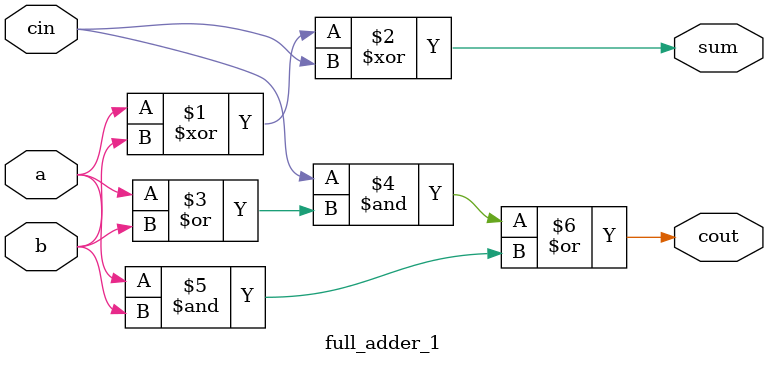
<source format=v>
`timescale 1ns / 1ps


module full_adder_1(input cin, a, b, output sum, cout );
assign sum = a ^ b ^ cin;
assign cout = (cin & (a | b)) | (a & b);
endmodule



</source>
